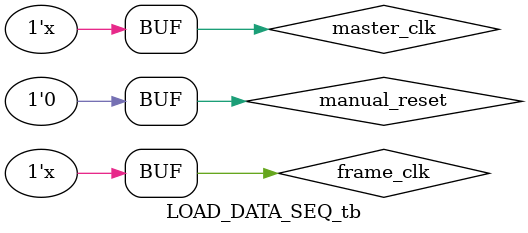
<source format=v>
module FREQ_DIVIDER_tb;
    reg           in_clk;
    reg   [31:0]  divider;
    wire          out_clk;
    reg   [31:0]  div;

    FREQ_DIVIDER uut(
        .in_clk(in_clk),
        .divider(divider),
        .out_clk(out_clk)
    );

    initial begin
        in_clk = 0;
        divider = 32'd10;
        div = divider / 2;
    end

    always begin
        #10; in_clk = ~in_clk;
    end
endmodule

module LOAD_DATA_tb;
    reg           clk;
    reg   [7:0]   data;
    reg           reset;
    wire          DS;
    wire          SHCP;
    wire          finish;

    LOAD_DATA uut(
        .clk(clk),
        .data(data),
        .reset(reset),
        .DS(DS),
        .SHCP(SHCP),
        .finish(finish) 
    );

    always begin
        #10 clk = ~clk;
    end

    initial begin
        clk = 0;
        data = 8'b1101001;
        reset = 0;

        #1000;
        reset = 1;
        #10;
        reset = 0;
    end
endmodule

module LOAD_DATA_SEQ_tb;
    reg               master_clk;
    reg               frame_clk;
    reg               manual_reset; // short `manual_reset` with low-active `OE` pin on shift register
    wire              DS;
    wire              SHCP;
    wire              STCP;
    wire              MR;
    wire              finish;

    LOAD_DATA_SEQ uut(
        master_clk,
        frame_clk,
        manual_reset, // short `manual_reset` with low-active `OE` pin on shift register
        DS,
        SHCP,
        STCP,
        MR,
        finish
    );

    always begin
        #1; master_clk = ~master_clk;
    end

    always begin
        #2700; frame_clk = ~frame_clk;
    end

    initial begin
        master_clk = 0;
        frame_clk = 0;
        manual_reset = 0;
    end
endmodule
</source>
